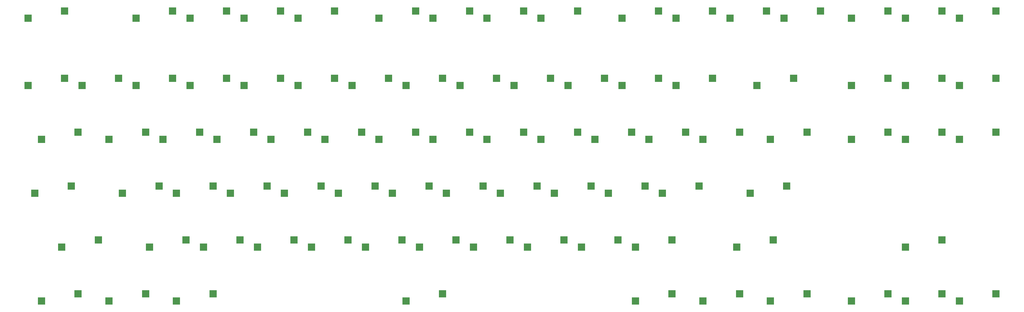
<source format=gbr>
%TF.GenerationSoftware,KiCad,Pcbnew,(6.0.1)*%
%TF.CreationDate,2022-02-19T02:25:24-05:00*%
%TF.ProjectId,TKL,544b4c2e-6b69-4636-9164-5f7063625858,rev?*%
%TF.SameCoordinates,Original*%
%TF.FileFunction,Paste,Bot*%
%TF.FilePolarity,Positive*%
%FSLAX46Y46*%
G04 Gerber Fmt 4.6, Leading zero omitted, Abs format (unit mm)*
G04 Created by KiCad (PCBNEW (6.0.1)) date 2022-02-19 02:25:24*
%MOMM*%
%LPD*%
G01*
G04 APERTURE LIST*
%ADD10R,2.550000X2.500000*%
G04 APERTURE END LIST*
D10*
%TO.C,MX80*%
X168333750Y-199072500D03*
X181233750Y-196532500D03*
%TD*%
%TO.C,MX33*%
X39746250Y-141922500D03*
X52646250Y-139382500D03*
%TD*%
%TO.C,MX59*%
X252671250Y-158432500D03*
X239771250Y-160972500D03*
%TD*%
%TO.C,MX81*%
X249296250Y-199072500D03*
X262196250Y-196532500D03*
%TD*%
%TO.C,MX68*%
X134996250Y-180022500D03*
X147896250Y-177482500D03*
%TD*%
%TO.C,MX31*%
X338396250Y-120332500D03*
X325496250Y-122872500D03*
%TD*%
%TO.C,MX71*%
X192146250Y-180022500D03*
X205046250Y-177482500D03*
%TD*%
%TO.C,MX11*%
X263583750Y-99060000D03*
X276483750Y-96520000D03*
%TD*%
%TO.C,MX76*%
X376496250Y-139382500D03*
X363596250Y-141922500D03*
%TD*%
%TO.C,MX6*%
X171708750Y-96520000D03*
X158808750Y-99060000D03*
%TD*%
%TO.C,MX61*%
X302677500Y-158432500D03*
X289777500Y-160972500D03*
%TD*%
%TO.C,MX37*%
X133608750Y-139382500D03*
X120708750Y-141922500D03*
%TD*%
%TO.C,MX66*%
X96896250Y-180022500D03*
X109796250Y-177482500D03*
%TD*%
%TO.C,MX72*%
X211196250Y-180022500D03*
X224096250Y-177482500D03*
%TD*%
%TO.C,MX79*%
X87371250Y-199072500D03*
X100271250Y-196532500D03*
%TD*%
%TO.C,MX26*%
X206433750Y-122872500D03*
X219333750Y-120332500D03*
%TD*%
%TO.C,MX22*%
X130233750Y-122872500D03*
X143133750Y-120332500D03*
%TD*%
%TO.C,MX64*%
X59790000Y-177482500D03*
X46890000Y-180022500D03*
%TD*%
%TO.C,MX28*%
X244533750Y-122872500D03*
X257433750Y-120332500D03*
%TD*%
%TO.C,MX27*%
X225483750Y-122872500D03*
X238383750Y-120332500D03*
%TD*%
%TO.C,MX29*%
X276483750Y-120332500D03*
X263583750Y-122872500D03*
%TD*%
%TO.C,MX65*%
X90746250Y-177482500D03*
X77846250Y-180022500D03*
%TD*%
%TO.C,MX54*%
X157421250Y-158432500D03*
X144521250Y-160972500D03*
%TD*%
%TO.C,MX42*%
X228858750Y-139382500D03*
X215958750Y-141922500D03*
%TD*%
%TO.C,MX16*%
X363596250Y-99060000D03*
X376496250Y-96520000D03*
%TD*%
%TO.C,MX5*%
X143133750Y-96520000D03*
X130233750Y-99060000D03*
%TD*%
%TO.C,MX24*%
X168333750Y-122872500D03*
X181233750Y-120332500D03*
%TD*%
%TO.C,MX56*%
X182621250Y-160972500D03*
X195521250Y-158432500D03*
%TD*%
%TO.C,MX12*%
X282633750Y-99060000D03*
X295533750Y-96520000D03*
%TD*%
%TO.C,MX30*%
X305058750Y-120332500D03*
X292158750Y-122872500D03*
%TD*%
%TO.C,MX55*%
X163571250Y-160972500D03*
X176471250Y-158432500D03*
%TD*%
%TO.C,MX73*%
X243146250Y-177482500D03*
X230246250Y-180022500D03*
%TD*%
%TO.C,MX48*%
X344546250Y-141922500D03*
X357446250Y-139382500D03*
%TD*%
%TO.C,MX14*%
X325496250Y-99060000D03*
X338396250Y-96520000D03*
%TD*%
%TO.C,MX34*%
X63558750Y-141922500D03*
X76458750Y-139382500D03*
%TD*%
%TO.C,MX20*%
X92133750Y-122872500D03*
X105033750Y-120332500D03*
%TD*%
%TO.C,MX43*%
X247908750Y-139382500D03*
X235008750Y-141922500D03*
%TD*%
%TO.C,MX67*%
X115946250Y-180022500D03*
X128846250Y-177482500D03*
%TD*%
%TO.C,MX70*%
X173096250Y-180022500D03*
X185996250Y-177482500D03*
%TD*%
%TO.C,MX9*%
X228858750Y-96520000D03*
X215958750Y-99060000D03*
%TD*%
%TO.C,MX45*%
X286008750Y-139382500D03*
X273108750Y-141922500D03*
%TD*%
%TO.C,MX32*%
X376496250Y-120332500D03*
X363596250Y-122872500D03*
%TD*%
%TO.C,MX39*%
X171708750Y-139382500D03*
X158808750Y-141922500D03*
%TD*%
%TO.C,MX3*%
X92133750Y-99060000D03*
X105033750Y-96520000D03*
%TD*%
%TO.C,MX41*%
X209808750Y-139382500D03*
X196908750Y-141922500D03*
%TD*%
%TO.C,MX50*%
X81221250Y-158432500D03*
X68321250Y-160972500D03*
%TD*%
%TO.C,MX2*%
X73083750Y-99060000D03*
X85983750Y-96520000D03*
%TD*%
%TO.C,MX46*%
X309821250Y-139382500D03*
X296921250Y-141922500D03*
%TD*%
%TO.C,MX77*%
X52646250Y-196532500D03*
X39746250Y-199072500D03*
%TD*%
%TO.C,MX19*%
X73083750Y-122872500D03*
X85983750Y-120332500D03*
%TD*%
%TO.C,MX78*%
X76458750Y-196532500D03*
X63558750Y-199072500D03*
%TD*%
%TO.C,MX15*%
X357446250Y-96520000D03*
X344546250Y-99060000D03*
%TD*%
%TO.C,MX44*%
X266958750Y-139382500D03*
X254058750Y-141922500D03*
%TD*%
%TO.C,MX75*%
X285015000Y-180022500D03*
X297915000Y-177482500D03*
%TD*%
%TO.C,MX85*%
X344546250Y-199072500D03*
X357446250Y-196532500D03*
%TD*%
%TO.C,MX7*%
X177858750Y-99060000D03*
X190758750Y-96520000D03*
%TD*%
%TO.C,MX60*%
X258821250Y-160972500D03*
X271721250Y-158432500D03*
%TD*%
%TO.C,MX40*%
X177858750Y-141922500D03*
X190758750Y-139382500D03*
%TD*%
%TO.C,MX84*%
X338396250Y-196532500D03*
X325496250Y-199072500D03*
%TD*%
%TO.C,MX21*%
X124083750Y-120332500D03*
X111183750Y-122872500D03*
%TD*%
%TO.C,MX49*%
X37365000Y-160972500D03*
X50265000Y-158432500D03*
%TD*%
%TO.C,MX4*%
X111183750Y-99060000D03*
X124083750Y-96520000D03*
%TD*%
%TO.C,MX1*%
X34983750Y-99060000D03*
X47883750Y-96520000D03*
%TD*%
%TO.C,MX23*%
X162183750Y-120332500D03*
X149283750Y-122872500D03*
%TD*%
%TO.C,MX13*%
X314583750Y-96520000D03*
X301683750Y-99060000D03*
%TD*%
%TO.C,MX38*%
X152658750Y-139382500D03*
X139758750Y-141922500D03*
%TD*%
%TO.C,MX63*%
X357446250Y-120332500D03*
X344546250Y-122872500D03*
%TD*%
%TO.C,MX83*%
X309821250Y-196532500D03*
X296921250Y-199072500D03*
%TD*%
%TO.C,MX8*%
X209808750Y-96520000D03*
X196908750Y-99060000D03*
%TD*%
%TO.C,MX47*%
X338396250Y-139382500D03*
X325496250Y-141922500D03*
%TD*%
%TO.C,MX57*%
X214571250Y-158432500D03*
X201671250Y-160972500D03*
%TD*%
%TO.C,MX82*%
X273108750Y-199072500D03*
X286008750Y-196532500D03*
%TD*%
%TO.C,MX10*%
X244533750Y-99060000D03*
X257433750Y-96520000D03*
%TD*%
%TO.C,MX62*%
X344546250Y-180022500D03*
X357446250Y-177482500D03*
%TD*%
%TO.C,MX36*%
X101658750Y-141922500D03*
X114558750Y-139382500D03*
%TD*%
%TO.C,MX52*%
X119321250Y-158432500D03*
X106421250Y-160972500D03*
%TD*%
%TO.C,MX25*%
X187383750Y-122872500D03*
X200283750Y-120332500D03*
%TD*%
%TO.C,MX35*%
X82608750Y-141922500D03*
X95508750Y-139382500D03*
%TD*%
%TO.C,MX17*%
X47883750Y-120332500D03*
X34983750Y-122872500D03*
%TD*%
%TO.C,MX69*%
X154046250Y-180022500D03*
X166946250Y-177482500D03*
%TD*%
%TO.C,MX86*%
X376496250Y-196532500D03*
X363596250Y-199072500D03*
%TD*%
%TO.C,MX74*%
X262196250Y-177482500D03*
X249296250Y-180022500D03*
%TD*%
%TO.C,MX18*%
X54033750Y-122872500D03*
X66933750Y-120332500D03*
%TD*%
%TO.C,MX58*%
X233621250Y-158432500D03*
X220721250Y-160972500D03*
%TD*%
%TO.C,MX51*%
X87371250Y-160972500D03*
X100271250Y-158432500D03*
%TD*%
%TO.C,MX53*%
X125471250Y-160972500D03*
X138371250Y-158432500D03*
%TD*%
M02*

</source>
